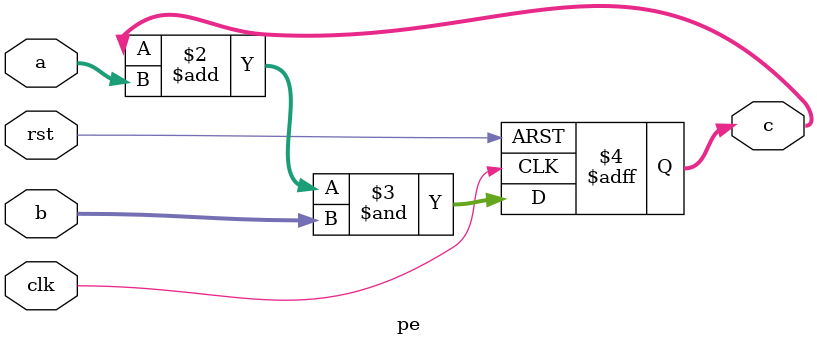
<source format=v>
module pe(
    input clk,
    input rst,
    input [31:0] a,
    input [31:0] b,

    output [31:0] c
);

reg [31:0] c;

always@(posedge clk or posedge rst)
begin

  if(rst)
  begin
    c <= 0;
  end

  else
  begin
    c <= c + a&b;
  end

end

endmodule
</source>
